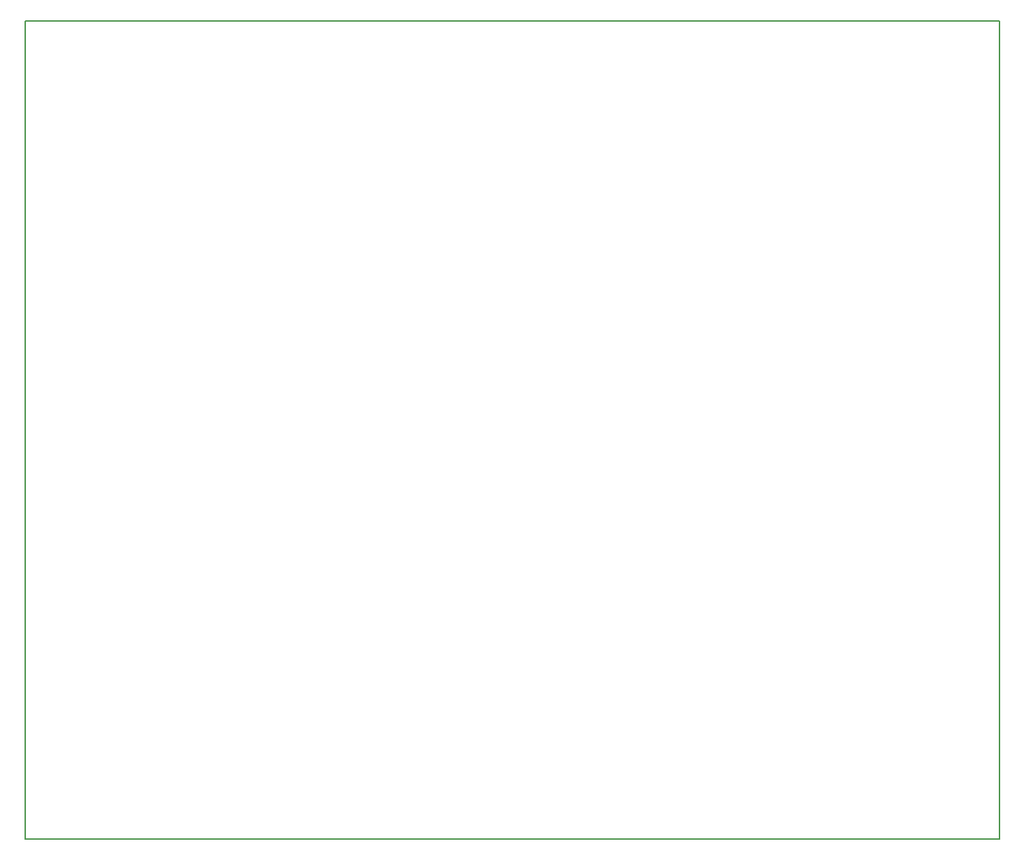
<source format=gbr>
G04 #@! TF.FileFunction,Copper,L4,Bot,Signal*
%FSLAX46Y46*%
G04 Gerber Fmt 4.6, Leading zero omitted, Abs format (unit mm)*
G04 Created by KiCad (PCBNEW 4.0.5) date Thu Mar 30 23:32:38 2017*
%MOMM*%
%LPD*%
G01*
G04 APERTURE LIST*
%ADD10C,0.100000*%
%ADD11C,0.150000*%
G04 APERTURE END LIST*
D10*
D11*
X0Y99060000D02*
X0Y0D01*
X117856000Y99060000D02*
X0Y99060000D01*
X117856000Y0D02*
X117856000Y99060000D01*
X0Y0D02*
X117856000Y0D01*
M02*

</source>
